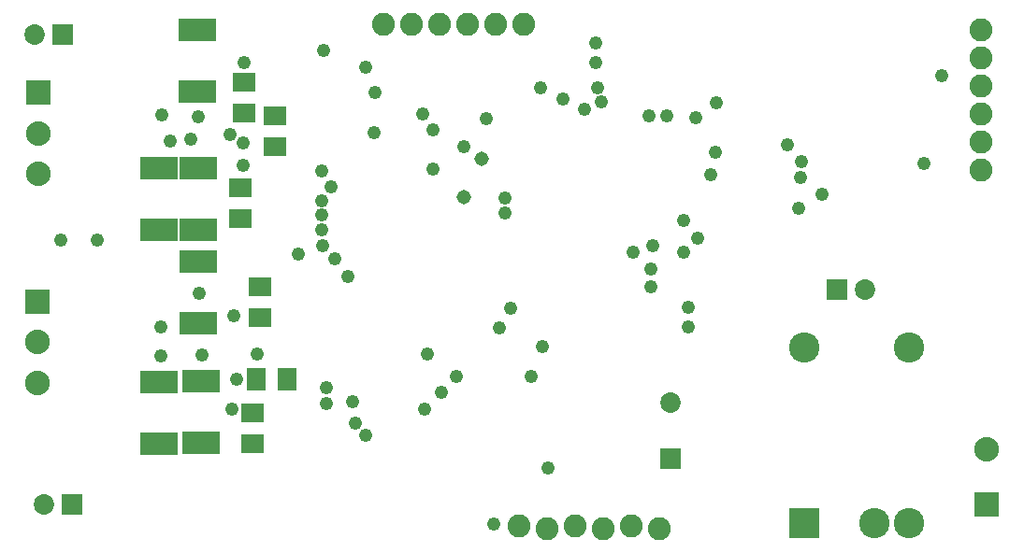
<source format=gbs>
G75*
G70*
%OFA0B0*%
%FSLAX24Y24*%
%IPPOS*%
%LPD*%
%AMOC8*
5,1,8,0,0,1.08239X$1,22.5*
%
%ADD10C,0.1080*%
%ADD11R,0.1080X0.1080*%
%ADD12C,0.0820*%
%ADD13C,0.0730*%
%ADD14R,0.0730X0.0730*%
%ADD15R,0.1340X0.0789*%
%ADD16R,0.0789X0.0710*%
%ADD17R,0.0710X0.0789*%
%ADD18R,0.0880X0.0880*%
%ADD19C,0.0880*%
%ADD20C,0.0477*%
%ADD21C,0.0516*%
D10*
X028872Y007487D03*
X032622Y007487D03*
X032622Y001237D03*
X031372Y001237D03*
D11*
X028872Y001237D03*
D12*
X023715Y001050D03*
X022715Y001150D03*
X021715Y001050D03*
X020715Y001150D03*
X019715Y001050D03*
X018715Y001150D03*
X035183Y013820D03*
X035183Y014820D03*
X035183Y015820D03*
X035183Y016820D03*
X035183Y017820D03*
X035183Y018820D03*
X018881Y019030D03*
X017881Y019030D03*
X016881Y019030D03*
X015881Y019030D03*
X014881Y019030D03*
X013881Y019030D03*
D13*
X001781Y001913D03*
X024128Y005524D03*
X031060Y009572D03*
X001447Y018667D03*
D14*
X002447Y018667D03*
X030060Y009572D03*
X024128Y003524D03*
X002781Y001913D03*
D15*
X005894Y004081D03*
X007385Y004087D03*
X007385Y006291D03*
X005894Y006286D03*
X007281Y008379D03*
X007281Y010583D03*
X007283Y011703D03*
X005890Y011712D03*
X005890Y013916D03*
X007283Y013908D03*
X007251Y016637D03*
X007251Y018841D03*
D16*
X008914Y016979D03*
X008914Y015876D03*
X010024Y015759D03*
X010024Y014656D03*
X008776Y013190D03*
X008776Y012088D03*
X009482Y009658D03*
X009482Y008556D03*
X009206Y005160D03*
X009206Y004057D03*
D17*
X009351Y006366D03*
X010453Y006366D03*
D18*
X001557Y009146D03*
X001577Y016587D03*
X035395Y001893D03*
D19*
X035395Y003861D03*
X001557Y006250D03*
X001557Y007698D03*
X001577Y013691D03*
X001577Y015139D03*
D20*
X005972Y015819D03*
X007272Y015739D03*
X008402Y015109D03*
X008872Y014819D03*
X008892Y013999D03*
X007022Y014929D03*
X006292Y014859D03*
X008912Y017679D03*
X011762Y018119D03*
X013252Y017519D03*
X013572Y016599D03*
X015272Y015839D03*
X015652Y015279D03*
X016732Y014659D03*
X015632Y013859D03*
X013542Y015159D03*
X011692Y013789D03*
X012012Y013229D03*
X011682Y012749D03*
X011682Y012249D03*
X011692Y011719D03*
X011702Y011129D03*
X012132Y010679D03*
X012612Y010039D03*
X010862Y010839D03*
X007312Y009439D03*
X008532Y008639D03*
X009392Y007279D03*
X008652Y006379D03*
X008472Y005319D03*
X011832Y005499D03*
X012772Y005579D03*
X012872Y004819D03*
X013232Y004359D03*
X015352Y005319D03*
X015932Y005919D03*
X016472Y006479D03*
X015432Y007259D03*
X018012Y008199D03*
X018412Y008899D03*
X019562Y007539D03*
X019152Y006479D03*
X019752Y003199D03*
X017812Y001199D03*
X011852Y006069D03*
X007412Y007239D03*
X005952Y007199D03*
X005952Y008239D03*
X003692Y011339D03*
X002372Y011339D03*
X017532Y015679D03*
X019492Y016779D03*
X020292Y016359D03*
X021052Y016019D03*
X021632Y016259D03*
X021512Y016759D03*
X021432Y017659D03*
X021432Y018359D03*
X025762Y016239D03*
X025012Y015719D03*
X023982Y015759D03*
X023332Y015759D03*
X025712Y014479D03*
X025562Y013679D03*
X028282Y014749D03*
X028782Y014129D03*
X028752Y013579D03*
X029522Y012959D03*
X028672Y012479D03*
X025092Y011399D03*
X024592Y010919D03*
X023492Y011139D03*
X022772Y010899D03*
X023412Y010319D03*
X023402Y009669D03*
X024752Y008939D03*
X024752Y008229D03*
X024592Y012049D03*
X018212Y012319D03*
X018222Y012829D03*
X033152Y014079D03*
X033792Y017219D03*
D21*
X017392Y014239D03*
X016742Y012879D03*
M02*

</source>
